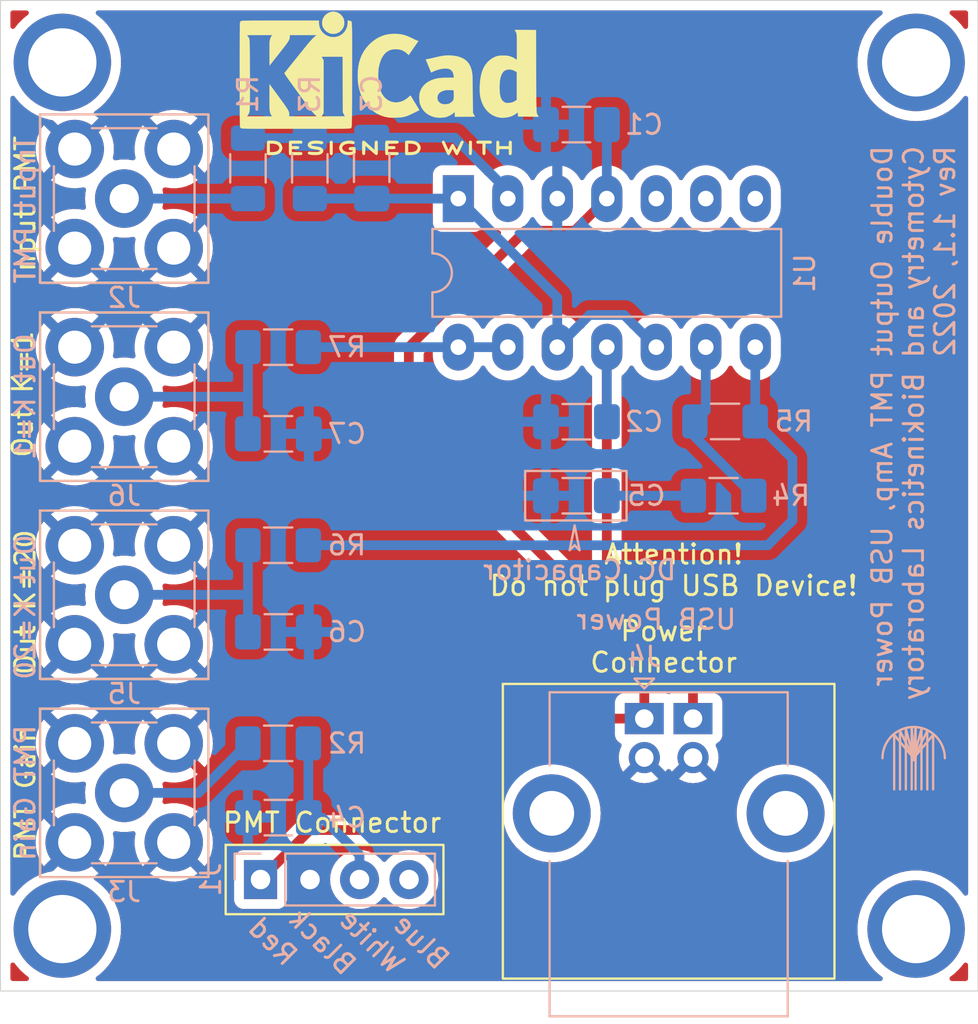
<source format=kicad_pcb>
(kicad_pcb (version 20211014) (generator pcbnew)
  (layers (0 "F.Cu" signal) (31 "B.Cu" signal) (34 "B.Paste" user) (35 "F.Paste" user) (36 "B.SilkS" user "B.Silkscreen") (37 "F.SilkS" user "F.Silkscreen") (38 "B.Mask" user) (39 "F.Mask" user) (44 "Edge.Cuts" user))
  (net 0 "")
  (net 1 "-12V")
  (net 2 "GND")
  (net 3 "+12V")
  (net 4 "Net-(C3-Pad2)")
  (net 5 "White")
  (net 6 "Blue")
  (net 7 "Net-(J2-Pad1)")
  (net 8 "Net-(J3-Pad1)")
  (net 9 "Net-(U1-Pad10)")
  (net 11 "Net-(C5-Pad2)")
  (net 12 "Net-(C7-Pad1)")
  (net 13 "Net-(C6-Pad1)")
  (net 14 "Net-(R4-Pad1)")
  (net 15 "Net-(R5-Pad1)")
  (net 16 "Net-(R7-Pad2)")
  (footprint "Symbol:KiCad-Logo2_6mm_SilkScreen" (layer "F.Cu") (at 184.404 89.916)
    (fp_text reference "REF**" hide)
    (fp_text value "KiCad-Logo2_6mm_SilkScreen" hide)
  )
  (footprint "Capacitor_SMD:C_1206_3216Metric_Pad1.33x1.80mm_HandSolder" (layer "B.Cu") (at 194.0225 92.725)
    (fp_text reference "C1" (at 3.4675 0) (layer "B.SilkS") (effects (justify mirror)))
    (fp_text value "0.33 μF")
    (pad "1" smd roundrect (at -1.5625 0) (size 1.325 1.8) (layers "B.Cu" "B.Paste" "B.Mask") (roundrect_rratio 0.188679) (net 2 "GND"))
    (pad "2" smd roundrect (at 1.5625 0) (size 1.325 1.8) (layers "B.Cu" "B.Paste" "B.Mask") (roundrect_rratio 0.188679) (net 3 "+12V"))
  )
  (footprint "Capacitor_SMD:C_1206_3216Metric_Pad1.33x1.80mm_HandSolder" (layer "B.Cu") (at 194.0225 107.965)
    (fp_text reference "C2" (at 3.4675 0) (layer "B.SilkS") (effects (justify mirror)))
    (fp_text value "0.33 μF")
    (pad "1" smd roundrect (at -1.5625 0) (size 1.325 1.8) (layers "B.Cu" "B.Paste" "B.Mask") (roundrect_rratio 0.188679) (net 2 "GND"))
    (pad "2" smd roundrect (at 1.5625 0) (size 1.325 1.8) (layers "B.Cu" "B.Paste" "B.Mask") (roundrect_rratio 0.188679) (net 1 "-12V"))
  )
  (footprint "Capacitor_SMD:C_1206_3216Metric_Pad1.33x1.80mm_HandSolder" (layer "B.Cu") (at 183.515 94.9575 90)
    (fp_text reference "C3" (at 3.81 0 90) (layer "B.SilkS") (effects (justify mirror)))
    (fp_text value "20 pF")
    (pad "1" smd roundrect (at -1.5625 0 90) (size 1.325 1.8) (layers "B.Cu" "B.Paste" "B.Mask") (roundrect_rratio 0.188679) (net 9 "Net-(U1-Pad10)"))
    (pad "2" smd roundrect (at 1.5625 0 90) (size 1.325 1.8) (layers "B.Cu" "B.Paste" "B.Mask") (roundrect_rratio 0.188679) (net 4 "Net-(C3-Pad2)"))
  )
  (footprint "Capacitor_SMD:C_1206_3216Metric_Pad1.33x1.80mm_HandSolder" (layer "B.Cu") (at 178.7275 128.27 180)
    (fp_text reference "C4" (at -3.5175 0) (layer "B.SilkS") (effects (justify mirror)))
    (fp_text value "10 nF")
    (pad "1" smd roundrect (at -1.5625 0 180) (size 1.325 1.8) (layers "B.Cu" "B.Paste" "B.Mask") (roundrect_rratio 0.188679) (net 5 "White"))
    (pad "2" smd roundrect (at 1.5625 0 180) (size 1.325 1.8) (layers "B.Cu" "B.Paste" "B.Mask") (roundrect_rratio 0.188679) (net 2 "GND"))
  )
  (footprint "Capacitor_SMD:C_1206_3216Metric_Pad1.33x1.80mm_HandSolder" (layer "B.Cu") (at 194.0175 111.76)
    (fp_text reference "C5" (at 3.5945 0) (layer "B.SilkS") (effects (justify mirror)))
    (fp_text value "10μF")
    (pad "1" smd roundrect (at -1.5625 0) (size 1.325 1.8) (layers "B.Cu" "B.Paste" "B.Mask") (roundrect_rratio 0.188679) (net 2 "GND"))
    (pad "2" smd roundrect (at 1.5625 0) (size 1.325 1.8) (layers "B.Cu" "B.Paste" "B.Mask") (roundrect_rratio 0.188679) (net 11 "Net-(C5-Pad2)"))
  )
  (footprint "Connector_PinHeader_2.54mm:PinHeader_1x04_P2.54mm_Vertical" (layer "B.Cu") (at 177.81 131.445 -90)
    (fp_text reference "J1" (at 0 2.55 90) (layer "B.SilkS") (effects (justify mirror)))
    (fp_text value "Conn_01x04_Male")
    (pad "1" thru_hole rect (at 0 0 270) (size 2 1.7) (drill 1) (layers *.Cu *.Mask) (net 3 "+12V"))
    (pad "2" thru_hole oval (at 0 -2.54 270) (size 2 2) (drill 1) (layers *.Cu *.Mask) (net 2 "GND"))
    (pad "3" thru_hole oval (at 0 -5.08 270) (size 2 2) (drill 1) (layers *.Cu *.Mask) (net 5 "White"))
    (pad "4" thru_hole oval (at 0 -7.62 270) (size 2 2) (drill 1) (layers *.Cu *.Mask) (net 6 "Blue"))
  )
  (footprint "Connector_Coaxial:SMA_Amphenol_132291-12_Vertical" (layer "B.Cu") (at 170.815 96.52)
    (fp_text reference "J2" (at 0 5.08) (layer "B.SilkS") (effects (justify mirror)))
    (fp_text value "Conn_Coaxial")
    (pad "1" thru_hole circle (at 0 0) (size 3 3) (drill 1.5) (layers *.Cu *.Mask) (net 7 "Net-(J2-Pad1)"))
    (pad "2" thru_hole circle (at -2.54 2.54) (size 3 3) (drill 1.7) (layers *.Cu *.Mask) (net 2 "GND"))
    (pad "2" thru_hole circle (at -2.54 -2.54) (size 3 3) (drill 1.7) (layers *.Cu *.Mask) (net 2 "GND"))
    (pad "2" thru_hole circle (at 2.54 -2.54) (size 3 3) (drill 1.7) (layers *.Cu *.Mask) (net 2 "GND"))
    (pad "2" thru_hole circle (at 2.54 2.54) (size 3 3) (drill 1.7) (layers *.Cu *.Mask) (net 2 "GND"))
  )
  (footprint "Connector_Coaxial:SMA_Amphenol_132291-12_Vertical" (layer "B.Cu") (at 170.815 127)
    (fp_text reference "J3" (at 0 5.08) (layer "B.SilkS") (effects (justify mirror)))
    (fp_text value "Conn_Coaxial")
    (pad "1" thru_hole circle (at 0 0) (size 3 3) (drill 1.5) (layers *.Cu *.Mask) (net 8 "Net-(J3-Pad1)"))
    (pad "2" thru_hole circle (at 2.54 2.54) (size 3 3) (drill 1.7) (layers *.Cu *.Mask) (net 2 "GND"))
    (pad "2" thru_hole circle (at -2.54 -2.54) (size 3 3) (drill 1.7) (layers *.Cu *.Mask) (net 2 "GND"))
    (pad "2" thru_hole circle (at -2.54 2.54) (size 3 3) (drill 1.7) (layers *.Cu *.Mask) (net 2 "GND"))
    (pad "2" thru_hole circle (at 2.54 -2.54) (size 3 3) (drill 1.7) (layers *.Cu *.Mask) (net 2 "GND"))
  )
  (footprint "Connector_Coaxial:SMA_Amphenol_132291-12_Vertical" (layer "B.Cu") (at 170.815 106.68)
    (fp_text reference "J6" (at 0 5.08) (layer "B.SilkS") (effects (justify mirror)))
    (fp_text value "Conn_Coaxial")
    (pad "1" thru_hole circle (at 0 0) (size 3 3) (drill 1.5) (layers *.Cu *.Mask) (net 12 "Net-(C7-Pad1)"))
    (pad "2" thru_hole circle (at 2.54 -2.54) (size 3 3) (drill 1.7) (layers *.Cu *.Mask) (net 2 "GND"))
    (pad "2" thru_hole circle (at -2.54 2.54) (size 3 3) (drill 1.7) (layers *.Cu *.Mask) (net 2 "GND"))
    (pad "2" thru_hole circle (at 2.54 2.54) (size 3 3) (drill 1.7) (layers *.Cu *.Mask) (net 2 "GND"))
    (pad "2" thru_hole circle (at -2.54 -2.54) (size 3 3) (drill 1.7) (layers *.Cu *.Mask) (net 2 "GND"))
  )
  (footprint "Connector_USB:USB_B_Lumberg_2411_02_Horizontal" (layer "B.Cu") (at 197.505 123.19 -90)
    (fp_text reference "J4" (at -3.175 0.02 180) (layer "B.SilkS") (effects (justify mirror)))
    (fp_text value "USB_A")
    (pad "1" thru_hole rect (at 0 0 180) (size 2 1.6) (drill 0.95) (layers *.Cu *.Mask) (net 3 "+12V"))
    (pad "2" thru_hole rect (at 0 -2.5 180) (size 2 1.6) (drill 0.95) (layers *.Cu *.Mask) (net 1 "-12V"))
    (pad "3" thru_hole circle (at 2 -2.5 180) (size 1.6 1.6) (drill 0.95) (layers *.Cu *.Mask) (net 2 "GND"))
    (pad "4" thru_hole circle (at 2 0 180) (size 1.6 1.6) (drill 0.95) (layers *.Cu *.Mask) (net 2 "GND"))
    (pad "5" thru_hole circle (at 4.86 4.75 180) (size 4 4) (drill 2.3) (layers *.Cu *.Mask))
    (pad "5" thru_hole circle (at 4.86 -7.25 180) (size 4 4) (drill 2.3) (layers *.Cu *.Mask))
  )
  (footprint "Resistor_SMD:R_1206_3216Metric_Pad1.30x1.75mm_HandSolder" (layer "B.Cu") (at 177.165 94.97 -90)
    (fp_text reference "R1" (at -3.81 0 90) (layer "B.SilkS") (effects (justify mirror)))
    (fp_text value "100 Ohm")
    (pad "1" smd roundrect (at -1.55 0 270) (size 1.3 1.75) (layers "B.Cu" "B.Paste" "B.Mask") (roundrect_rratio 0.192308) (net 4 "Net-(C3-Pad2)"))
    (pad "2" smd roundrect (at 1.55 0 270) (size 1.3 1.75) (layers "B.Cu" "B.Paste" "B.Mask") (roundrect_rratio 0.192308) (net 7 "Net-(J2-Pad1)"))
  )
  (footprint "Resistor_SMD:R_1206_3216Metric_Pad1.30x1.75mm_HandSolder" (layer "B.Cu") (at 178.715 124.46 180)
    (fp_text reference "R2" (at -3.53 0) (layer "B.SilkS") (effects (justify mirror)))
    (fp_text value "1 kOhm")
    (pad "1" smd roundrect (at -1.55 0 180) (size 1.3 1.75) (layers "B.Cu" "B.Paste" "B.Mask") (roundrect_rratio 0.192308) (net 5 "White"))
    (pad "2" smd roundrect (at 1.55 0 180) (size 1.3 1.75) (layers "B.Cu" "B.Paste" "B.Mask") (roundrect_rratio 0.192308) (net 8 "Net-(J3-Pad1)"))
  )
  (footprint "Resistor_SMD:R_1206_3216Metric_Pad1.30x1.75mm_HandSolder" (layer "B.Cu") (at 180.34 94.97 90)
    (fp_text reference "R3" (at 3.81 0 90) (layer "B.SilkS") (effects (justify mirror)))
    (fp_text value "100 kOhm")
    (pad "1" smd roundrect (at -1.55 0 90) (size 1.3 1.75) (layers "B.Cu" "B.Paste" "B.Mask") (roundrect_rratio 0.192308) (net 9 "Net-(U1-Pad10)"))
    (pad "2" smd roundrect (at 1.55 0 90) (size 1.3 1.75) (layers "B.Cu" "B.Paste" "B.Mask") (roundrect_rratio 0.192308) (net 4 "Net-(C3-Pad2)"))
  )
  (footprint "Resistor_SMD:R_1206_3216Metric_Pad1.30x1.75mm_HandSolder" (layer "B.Cu") (at 201.65 107.95 180)
    (fp_text reference "R5" (at -3.53 0) (layer "B.SilkS") (effects (justify mirror)))
    (fp_text value "19 kOhm")
    (pad "1" smd roundrect (at -1.55 0 180) (size 1.3 1.75) (layers "B.Cu" "B.Paste" "B.Mask") (roundrect_rratio 0.192308) (net 15 "Net-(R5-Pad1)"))
    (pad "2" smd roundrect (at 1.55 0 180) (size 1.3 1.75) (layers "B.Cu" "B.Paste" "B.Mask") (roundrect_rratio 0.192308) (net 14 "Net-(R4-Pad1)"))
  )
  (footprint "Resistor_SMD:R_1206_3216Metric_Pad1.30x1.75mm_HandSolder" (layer "B.Cu") (at 178.715 114.3)
    (fp_text reference "R6" (at 3.53 0 180) (layer "B.SilkS") (effects (justify mirror)))
    (fp_text value "1.1 kOhm")
    (pad "1" smd roundrect (at -1.55 0) (size 1.3 1.75) (layers "B.Cu" "B.Paste" "B.Mask") (roundrect_rratio 0.192308) (net 13 "Net-(C6-Pad1)"))
    (pad "2" smd roundrect (at 1.55 0) (size 1.3 1.75) (layers "B.Cu" "B.Paste" "B.Mask") (roundrect_rratio 0.192308) (net 15 "Net-(R5-Pad1)"))
  )
  (footprint "Package_DIP:DIP-14_W7.62mm_LongPads" (layer "B.Cu") (at 187.96 96.52 -90)
    (fp_text reference "U1" (at 3.825 -17.785 90) (layer "B.SilkS") (effects (justify mirror)))
    (fp_text value "TL074")
    (pad "1" thru_hole rect (at 0 0 270) (size 2.4 1.6) (drill 0.8) (layers *.Cu *.Mask) (net 9 "Net-(U1-Pad10)"))
    (pad "2" thru_hole oval (at 0 -2.54 270) (size 2.4 1.6) (drill 0.8) (layers *.Cu *.Mask) (net 4 "Net-(C3-Pad2)"))
    (pad "3" thru_hole oval (at 0 -5.08 270) (size 2.4 1.6) (drill 0.8) (layers *.Cu *.Mask) (net 2 "GND"))
    (pad "4" thru_hole oval (at 0 -7.62 270) (size 2.4 1.6) (drill 0.8) (layers *.Cu *.Mask) (net 3 "+12V"))
    (pad "5" thru_hole oval (at 0 -10.16 270) (size 2.4 1.6) (drill 0.8) (layers *.Cu *.Mask))
    (pad "6" thru_hole oval (at 0 -12.7 270) (size 2.4 1.6) (drill 0.8) (layers *.Cu *.Mask))
    (pad "7" thru_hole oval (at 0 -15.24 270) (size 2.4 1.6) (drill 0.8) (layers *.Cu *.Mask))
    (pad "8" thru_hole oval (at 7.62 -15.24 270) (size 2.4 1.6) (drill 0.8) (layers *.Cu *.Mask) (net 15 "Net-(R5-Pad1)"))
    (pad "9" thru_hole oval (at 7.62 -12.7 270) (size 2.4 1.6) (drill 0.8) (layers *.Cu *.Mask) (net 14 "Net-(R4-Pad1)"))
    (pad "10" thru_hole oval (at 7.62 -10.16 270) (size 2.4 1.6) (drill 0.8) (layers *.Cu *.Mask) (net 9 "Net-(U1-Pad10)"))
    (pad "11" thru_hole oval (at 7.62 -7.62 270) (size 2.4 1.6) (drill 0.8) (layers *.Cu *.Mask) (net 1 "-12V"))
    (pad "12" thru_hole oval (at 7.62 -5.08 270) (size 2.4 1.6) (drill 0.8) (layers *.Cu *.Mask) (net 9 "Net-(U1-Pad10)"))
    (pad "13" thru_hole oval (at 7.62 -2.54 270) (size 2.4 1.6) (drill 0.8) (layers *.Cu *.Mask) (net 16 "Net-(R7-Pad2)"))
    (pad "14" thru_hole oval (at 7.62 0 270) (size 2.4 1.6) (drill 0.8) (layers *.Cu *.Mask) (net 16 "Net-(R7-Pad2)"))
  )
  (footprint "Connector_Coaxial:SMA_Amphenol_132291-12_Vertical" (layer "B.Cu") (at 170.815 116.84 180)
    (fp_text reference "J5" (at 0 -5.08) (layer "B.SilkS") (effects (justify mirror)))
    (fp_text value "Conn_Coaxial")
    (pad "1" thru_hole circle (at 0 0 180) (size 3 3) (drill 1.5) (layers *.Cu *.Mask) (net 13 "Net-(C6-Pad1)"))
    (pad "2" thru_hole circle (at -2.54 2.54 180) (size 3 3) (drill 1.7) (layers *.Cu *.Mask) (net 2 "GND"))
    (pad "2" thru_hole circle (at -2.54 -2.54 180) (size 3 3) (drill 1.7) (layers *.Cu *.Mask) (net 2 "GND"))
    (pad "2" thru_hole circle (at 2.54 2.54 180) (size 3 3) (drill 1.7) (layers *.Cu *.Mask) (net 2 "GND"))
    (pad "2" thru_hole circle (at 2.54 -2.54 180) (size 3 3) (drill 1.7) (layers *.Cu *.Mask) (net 2 "GND"))
  )
  (footprint "Resistor_SMD:R_1206_3216Metric_Pad1.30x1.75mm_HandSolder" (layer "B.Cu") (at 201.575 111.76 180)
    (fp_text reference "R4" (at -3.455 0) (layer "B.SilkS") (effects (justify mirror)))
    (fp_text value "1 kOhm")
    (pad "1" smd roundrect (at -1.55 0 180) (size 1.3 1.75) (layers "B.Cu" "B.Paste" "B.Mask") (roundrect_rratio 0.192308) (net 14 "Net-(R4-Pad1)"))
    (pad "2" smd roundrect (at 1.55 0 180) (size 1.3 1.75) (layers "B.Cu" "B.Paste" "B.Mask") (roundrect_rratio 0.192308) (net 11 "Net-(C5-Pad2)"))
  )
  (footprint "Capacitor_SMD:C_1206_3216Metric_Pad1.33x1.80mm_HandSolder" (layer "B.Cu") (at 178.7275 118.745)
    (fp_text reference "C6" (at 3.5175 0 180) (layer "B.SilkS") (effects (justify mirror)))
    (fp_text value "1-2.2 nF")
    (pad "1" smd roundrect (at -1.5625 0) (size 1.325 1.8) (layers "B.Cu" "B.Paste" "B.Mask") (roundrect_rratio 0.188679) (net 13 "Net-(C6-Pad1)"))
    (pad "2" smd roundrect (at 1.5625 0) (size 1.325 1.8) (layers "B.Cu" "B.Paste" "B.Mask") (roundrect_rratio 0.188679) (net 2 "GND"))
  )
  (footprint "Capacitor_SMD:C_1206_3216Metric_Pad1.33x1.80mm_HandSolder" (layer "B.Cu") (at 178.7275 108.585)
    (fp_text reference "C7" (at 3.5175 0 180) (layer "B.SilkS") (effects (justify mirror)))
    (fp_text value "1-2.2 nF")
    (pad "1" smd roundrect (at -1.5625 0) (size 1.325 1.8) (layers "B.Cu" "B.Paste" "B.Mask") (roundrect_rratio 0.188679) (net 12 "Net-(C7-Pad1)"))
    (pad "2" smd roundrect (at 1.5625 0) (size 1.325 1.8) (layers "B.Cu" "B.Paste" "B.Mask") (roundrect_rratio 0.188679) (net 2 "GND"))
  )
  (footprint "Resistor_SMD:R_1206_3216Metric_Pad1.30x1.75mm_HandSolder" (layer "B.Cu") (at 178.715 104.14)
    (fp_text reference "R7" (at 3.53 0 180) (layer "B.SilkS") (effects (justify mirror)))
    (fp_text value "1.1 kOhm")
    (pad "1" smd roundrect (at -1.55 0) (size 1.3 1.75) (layers "B.Cu" "B.Paste" "B.Mask") (roundrect_rratio 0.192308) (net 12 "Net-(C7-Pad1)"))
    (pad "2" smd roundrect (at 1.55 0) (size 1.3 1.75) (layers "B.Cu" "B.Paste" "B.Mask") (roundrect_rratio 0.192308) (net 16 "Net-(R7-Pad2)"))
  )
  (gr_line (start 211.228 123.622) (end 211.228 126.822) (layer "B.SilkS") (width 0.12))
  (gr_line (start 211.328 125.222) (end 212.028 123.822) (layer "B.SilkS") (width 0.12))
  (gr_line (start 210.928 123.722) (end 210.928 126.822) (layer "B.SilkS") (width 0.12))
  (gr_line (start 211.428 123.622) (end 211.428 126.822) (layer "B.SilkS") (width 0.12))
  (gr_line (start 212.028 123.822) (end 212.028 126.822) (layer "B.SilkS") (width 0.12))
  (gr_rect (start 166.497 100.838) (end 175.133 92.202) (layer "B.SilkS") (width 0.12) (fill none))
  (gr_rect (start 166.497 110.998) (end 175.133 102.362) (layer "B.SilkS") (width 0.12) (fill none))
  (gr_line (start 211.328 125.222) (end 210.628 123.822) (layer "B.SilkS") (width 0.12))
  (gr_rect (start 191.389 110.49) (end 196.596 113.03) (layer "B.SilkS") (width 0.12) (fill none))
  (gr_circle (center 211.328 125.222) (end 211.228 125.222) (layer "B.SilkS") (width 0.12) (fill none))
  (gr_line (start 212.328 124.022) (end 212.328 126.822) (layer "B.SilkS") (width 0.12))
  (gr_line (start 210.628 123.822) (end 210.628 126.822) (layer "B.SilkS") (width 0.12))
  (gr_line (start 211.328 125.222) (end 211.428 123.622) (layer "B.SilkS") (width 0.12))
  (gr_line (start 193.929 114.3) (end 194.183 114.554) (layer "B.SilkS") (width 0.12))
  (gr_line (start 193.675 114.554) (end 193.929 114.3) (layer "B.SilkS") (width 0.12))
  (gr_line (start 211.328 125.222) (end 210.328 124.022) (layer "B.SilkS") (width 0.12))
  (gr_line (start 211.728 123.722) (end 211.728 126.822) (layer "B.SilkS") (width 0.12))
  (gr_line (start 211.328 125.222) (end 211.728 123.722) (layer "B.SilkS") (width 0.12))
  (gr_line (start 194.183 114.554) (end 193.929 113.284) (layer "B.SilkS") (width 0.12))
  (gr_rect (start 166.497 131.318) (end 175.133 122.682) (layer "B.SilkS") (width 0.12) (fill none))
  (gr_rect (start 166.497 121.158) (end 175.133 112.522) (layer "B.SilkS") (width 0.12) (fill none))
  (gr_line (start 193.929 113.284) (end 193.675 114.554) (layer "B.SilkS") (width 0.12))
  (gr_line (start 210.328 124.022) (end 210.328 126.822) (layer "B.SilkS") (width 0.12))
  (gr_line (start 211.328 125.222) (end 212.328 124.022) (layer "B.SilkS") (width 0.12))
  (gr_line (start 211.328 125.222) (end 210.928 123.722) (layer "B.SilkS") (width 0.12))
  (gr_line (start 211.328 125.222) (end 211.228 123.622) (layer "B.SilkS") (width 0.12))
  (gr_arc (start 209.728 125.222) (mid 211.328 123.622) (end 212.928 125.222) (layer "B.SilkS") (width 0.12))
  (gr_rect (start 190.246 136.525) (end 207.264 121.412) (layer "F.SilkS") (width 0.12) (fill none))
  (gr_rect (start 166.497 92.202) (end 175.133 100.838) (layer "F.SilkS") (width 0.12) (fill none))
  (gr_rect (start 166.497 122.682) (end 175.133 131.318) (layer "F.SilkS") (width 0.12) (fill none))
  (gr_rect (start 166.497 102.362) (end 175.133 110.998) (layer "F.SilkS") (width 0.12) (fill none))
  (gr_rect (start 176.022 129.667) (end 187.198 133.223) (layer "F.SilkS") (width 0.12) (fill none))
  (gr_rect (start 166.497 112.522) (end 175.133 121.158) (layer "F.SilkS") (width 0.12) (fill none))
  (gr_rect (start 164.465 86.36) (end 214.63 137.16) (layer "Edge.Cuts") (width 0.05) (fill none))
  (gr_text "White" (at 183.515 134.62 315) (layer "B.SilkS") (effects (font (size 1 1)) (justify mirror)))
  (gr_text "DC Capacitor" (at 194.183 115.57) (layer "B.SilkS") (effects (font (size 1 1)) (justify mirror)))
  (gr_text "Out K=20" (at 165.735 117.475 90) (layer "B.SilkS") (effects (font (size 1 1)) (justify mirror)))
  (gr_text "Red" (at 178.435 134.62 315) (layer "B.SilkS") (effects (font (size 1 1)) (justify mirror)))
  (gr_text "Double Output PMT Amp, USB Power\nCytometry and Biokinetics Laboratory\nRev 1.1, 2022" (at 211.328 93.726 90) (layer "B.SilkS") (effects (font (size 1 1)) (justify left mirror)))
  (gr_text "Input PMT" (at 165.735 97.155 90) (layer "B.SilkS") (effects (font (size 1 1)) (justify mirror)))
  (gr_text "Black" (at 180.975 134.62 315) (layer "B.SilkS") (effects (font (size 1 1)) (justify mirror)))
  (gr_text "USB Power" (at 198.12 118.11) (layer "B.SilkS") (effects (font (size 1 1)) (justify mirror)))
  (gr_text "Blue" (at 186.055 134.62 315) (layer "B.SilkS") (effects (font (size 1 1)) (justify mirror)))
  (gr_text "PMT Gain" (at 165.735 127 90) (layer "B.SilkS") (effects (font (size 1 1)) (justify mirror)))
  (gr_text "Out K=1" (at 165.735 106.68 90) (layer "B.SilkS") (effects (font (size 1 1)) (justify mirror)))
  (gr_text "PMT Connector" (at 181.483 128.524) (layer "F.SilkS") (effects (font (size 1 1))))
  (gr_text "Input PMT" (at 165.735 97.028 90) (layer "F.SilkS") (effects (font (size 1 1))))
  (gr_text "Power\nConnector" (at 198.501 119.507) (layer "F.SilkS") (effects (font (size 1 1))))
  (gr_text "Attention!\nDo not plug USB Device!" (at 199.009 115.57) (layer "F.SilkS") (effects (font (size 1 1))))
  (gr_text "PMT Gain" (at 165.735 127 90) (layer "F.SilkS") (effects (font (size 1 1))))
  (gr_text "Out K=20" (at 165.735 117.221 -270) (layer "F.SilkS") (effects (font (size 1 1))))
  (gr_text "Out K=1" (at 165.608 106.553 -270) (layer "F.SilkS") (effects (font (size 1 1))))
  (via (at 211.455 89.535) (size 5) (drill 3.5) (layers "F.Cu" "B.Cu") (net 0))
  (via (at 167.64 133.985) (size 5) (drill 3.5) (layers "F.Cu" "B.Cu") (net 0))
  (via (at 167.64 89.535) (size 5) (drill 3.5) (layers "F.Cu" "B.Cu") (net 0))
  (via (at 211.455 133.985) (size 5) (drill 3.5) (layers "F.Cu" "B.Cu") (net 0))
  (segment (start 200.005 123.19) (end 200.005 120.63) (width 0.5) (layer "F.Cu") (net 1))
  (segment (start 195.58 116.205) (end 195.58 104.14) (width 0.5) (layer "F.Cu") (net 1))
  (segment (start 200.005 123.19) (end 200.025 123.19) (width 0.5) (layer "F.Cu") (net 1))
  (segment (start 200.005 120.63) (end 195.58 116.205) (width 0.5) (layer "F.Cu") (net 1))
  (segment (start 195.58 104.14) (end 195.58 107.96) (width 0.5) (layer "B.Cu") (net 1))
  (segment (start 195.58 107.96) (end 195.585 107.965) (width 0.5) (layer "B.Cu") (net 1))
  (segment (start 187.325 128.905) (end 193.04 123.19) (width 0.5) (layer "F.Cu") (net 3))
  (segment (start 177.81 131.445) (end 180.35 128.905) (width 0.5) (layer "F.Cu") (net 3))
  (segment (start 185.42 107.95) (end 185.42 104.14) (width 0.5) (layer "F.Cu") (net 3))
  (segment (start 191.39 98.17) (end 193.93 98.17) (width 0.5) (layer "F.Cu") (net 3))
  (segment (start 197.505 123.19) (end 197.505 120.035) (width 0.5) (layer "F.Cu") (net 3))
  (segment (start 180.35 128.905) (end 187.325 128.905) (width 0.5) (layer "F.Cu") (net 3))
  (segment (start 185.42 104.14) (end 191.39 98.17) (width 0.5) (layer "F.Cu") (net 3))
  (segment (start 197.505 120.035) (end 185.42 107.95) (width 0.5) (layer "F.Cu") (net 3))
  (segment (start 193.93 98.17) (end 195.58 96.52) (width 0.5) (layer "F.Cu") (net 3))
  (segment (start 193.04 123.19) (end 197.505 123.19) (width 0.5) (layer "F.Cu") (net 3))
  (segment (start 195.58 96.52) (end 195.58 92.73) (width 0.5) (layer "B.Cu") (net 3))
  (segment (start 195.58 92.73) (end 195.585 92.725) (width 0.5) (layer "B.Cu") (net 3))
  (segment (start 177.165 93.42) (end 180.34 93.42) (width 0.5) (layer "B.Cu") (net 4))
  (segment (start 190.5 96.12) (end 190.5 96.52) (width 0.5) (layer "B.Cu") (net 4))
  (segment (start 187.775 93.395) (end 190.5 96.12) (width 0.5) (layer "B.Cu") (net 4))
  (segment (start 180.34 93.42) (end 183.49 93.42) (width 0.5) (layer "B.Cu") (net 4))
  (segment (start 183.515 93.395) (end 187.775 93.395) (width 0.5) (layer "B.Cu") (net 4))
  (segment (start 183.49 93.42) (end 183.515 93.395) (width 0.5) (layer "B.Cu") (net 4))
  (segment (start 180.265 124.46) (end 180.265 128.245) (width 0.5) (layer "B.Cu") (net 5))
  (segment (start 180.975 128.27) (end 182.89 130.185) (width 0.5) (layer "B.Cu") (net 5))
  (segment (start 180.29 128.27) (end 180.975 128.27) (width 0.5) (layer "B.Cu") (net 5))
  (segment (start 180.265 128.245) (end 180.29 128.27) (width 0.5) (layer "B.Cu") (net 5))
  (segment (start 182.89 130.185) (end 182.89 131.445) (width 0.5) (layer "B.Cu") (net 5))
  (segment (start 170.815 96.52) (end 177.165 96.52) (width 0.5) (layer "B.Cu") (net 7))
  (segment (start 174.625 127) (end 177.165 124.46) (width 0.5) (layer "B.Cu") (net 8))
  (segment (start 170.815 127) (end 174.625 127) (width 0.5) (layer "B.Cu") (net 8))
  (segment (start 180.34 96.52) (end 183.515 96.52) (width 0.5) (layer "B.Cu") (net 9))
  (segment (start 194.69 102.49) (end 196.47 102.49) (width 0.5) (layer "B.Cu") (net 9))
  (segment (start 193.04 104.14) (end 194.69 102.49) (width 0.5) (layer "B.Cu") (net 9))
  (segment (start 196.47 102.49) (end 198.12 104.14) (width 0.5) (layer "B.Cu") (net 9))
  (segment (start 187.96 96.52) (end 193.04 101.6) (width 0.5) (layer "B.Cu") (net 9))
  (segment (start 183.515 96.52) (end 187.96 96.52) (width 0.5) (layer "B.Cu") (net 9))
  (segment (start 193.04 101.6) (end 193.04 104.14) (width 0.5) (layer "B.Cu") (net 9))
  (segment (start 200.025 111.76) (end 195.58 111.76) (width 0.5) (layer "B.Cu") (net 11))
  (segment (start 170.815 106.68) (end 177.165 106.68) (width 0.5) (layer "B.Cu") (net 12))
  (segment (start 177.165 104.14) (end 177.165 106.68) (width 0.5) (layer "B.Cu") (net 12))
  (segment (start 177.165 106.68) (end 177.165 108.585) (width 0.5) (layer "B.Cu") (net 12))
  (segment (start 177.165 116.84) (end 177.165 118.745) (width 0.5) (layer "B.Cu") (net 13))
  (segment (start 170.815 116.84) (end 177.165 116.84) (width 0.5) (layer "B.Cu") (net 13))
  (segment (start 177.165 114.3) (end 177.165 116.84) (width 0.5) (layer "B.Cu") (net 13))
  (segment (start 200.1 108.735) (end 203.125 111.76) (width 0.5) (layer "B.Cu") (net 14))
  (segment (start 200.1 107.95) (end 200.1 108.735) (width 0.5) (layer "B.Cu") (net 14))
  (segment (start 200.66 107.39) (end 200.1 107.95) (width 0.5) (layer "B.Cu") (net 14))
  (segment (start 200.66 104.14) (end 200.66 107.39) (width 0.5) (layer "B.Cu") (net 14))
  (segment (start 203.835 114.3) (end 180.265 114.3) (width 0.5) (layer "B.Cu") (net 15))
  (segment (start 205.105 109.855) (end 205.105 113.03) (width 0.5) (layer "B.Cu") (net 15))
  (segment (start 203.2 107.95) (end 205.105 109.855) (width 0.5) (layer "B.Cu") (net 15))
  (segment (start 205.105 113.03) (end 203.835 114.3) (width 0.5) (layer "B.Cu") (net 15))
  (segment (start 203.2 104.14) (end 203.2 107.95) (width 0.5) (layer "B.Cu") (net 15))
  (segment (start 187.96 104.14) (end 180.265 104.14) (width 0.5) (layer "B.Cu") (net 16))
  (segment (start 190.5 104.14) (end 187.96 104.14) (width 0.5) (layer "B.Cu") (net 16))
  (zone (net 2) (net_name "GND") (layer "F.Cu") (connect_pads (clearance 0.508)) (min_thickness 0.254) (fill yes (thermal_gap 0.508) (thermal_bridge_width 0.508) (island_removal_mode 1) (island_area_min 0))
    (polygon (pts (xy 214.63 137.16) (xy 164.465 137.16) (xy 164.465 86.36) (xy 214.63 86.36)))
  )
  (zone (net 2) (net_name "GND") (layer "B.Cu") (connect_pads (clearance 0.508)) (min_thickness 0.254) (fill yes (thermal_gap 0.508) (thermal_bridge_width 0.508))
    (polygon (pts (xy 214.63 137.16) (xy 164.465 137.16) (xy 164.465 86.36) (xy 214.63 86.36)))
  )
)
</source>
